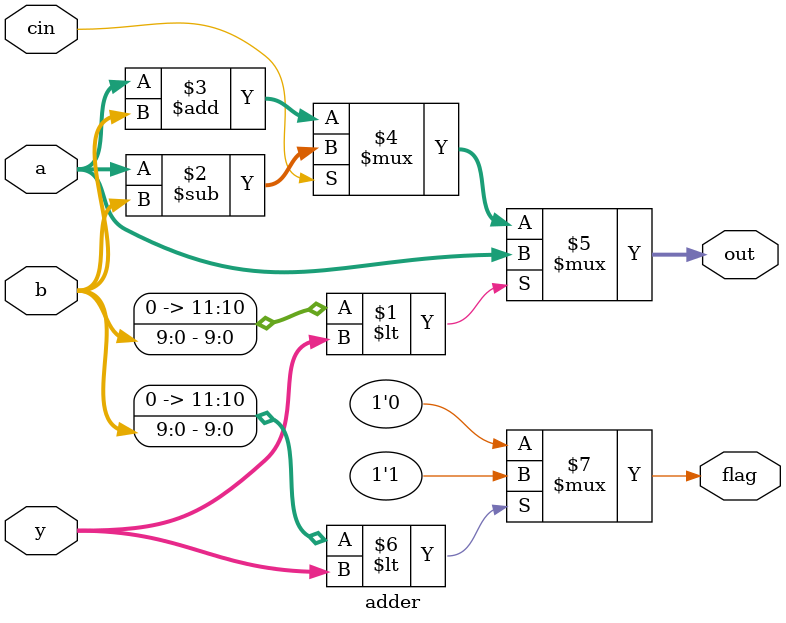
<source format=sv>
`timescale 1ns/1ns
module adder(input [7:0] y, output flag, input [9:0] a, b, input cin, output [9:0] out);
	assign out = {2'b00, b} < y ? a :
			cin ? (a-b): a+b;
	assign flag = {2'b00, b} < y ? 1'b1 : 1'b0;

endmodule

</source>
